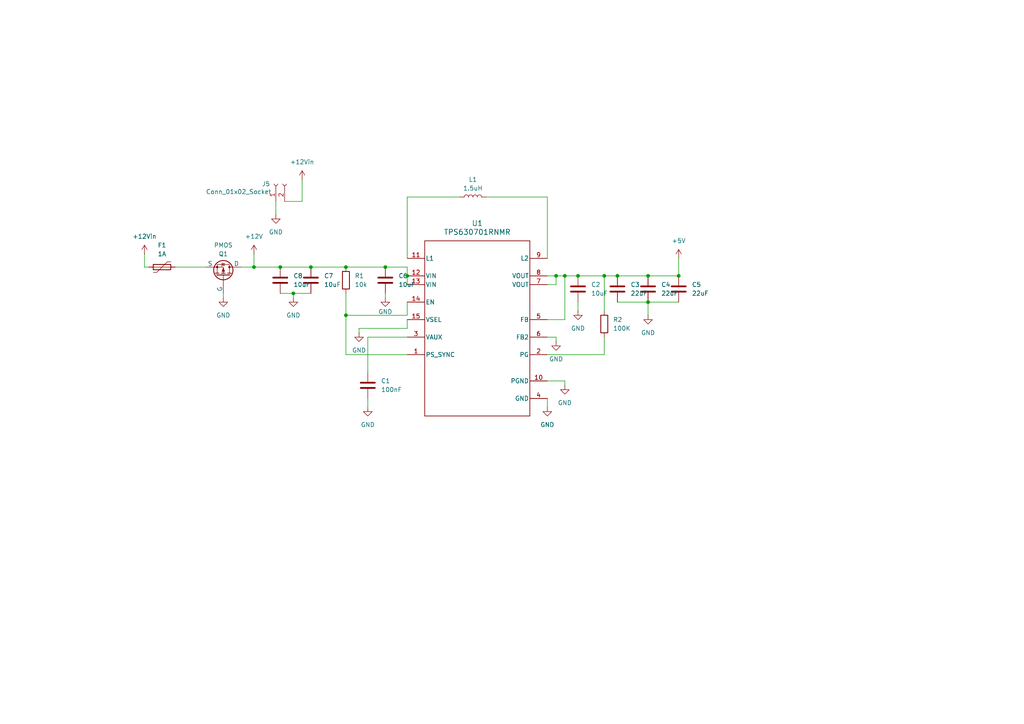
<source format=kicad_sch>
(kicad_sch (version 20250114) (generator "eeschema") (generator_version "9.0")
  (paper "A4")
  (lib_symbols
    (symbol "Connector:Conn_01x02_Socket" (pin_names (offset 1.016) (hide yes))
      (property "Reference" "J" (at 0 2.54 0))
      (property "Value" "Conn_01x02_Socket" (at 0 -5.08 0))
      (symbol "Conn_01x02_Socket_1_1"
        (polyline (pts (xy -1.27 0) (xy -0.508 0)) (stroke (width 0.1524)))
        (polyline (pts (xy -1.27 -2.54) (xy -0.508 -2.54)) (stroke (width 0.1524)))
        (arc (start 0 -0.508) (mid -0.5058 0) (end 0 0.508) (stroke (width 0.1524)))
        (arc (start 0 -3.048) (mid -0.5058 -2.54) (end 0 -2.032) (stroke (width 0.1524)))
        (pin passive line (at -5.08 0 0) (length 3.81) (name "Pin_1") (number "1"))
        (pin passive line (at -5.08 -2.54 0) (length 3.81) (name "Pin_2") (number "2"))
      )
    )
    (symbol "Device:C" (pin_numbers (hide yes)) (pin_names (offset 0.254))
      (property "Reference" "C" (at 0.635 2.54 0))
      (property "Value" "C" (at 0.635 -2.54 0))
      (symbol "C_0_1"
        (polyline (pts (xy -2.032 0.762) (xy 2.032 0.762)) (stroke (width 0.508)))
        (polyline (pts (xy -2.032 -0.762) (xy 2.032 -0.762)) (stroke (width 0.508)))
      )
      (symbol "C_1_1"
        (pin passive line (at 0 3.81 270) (length 2.794) (name "~") (number "1"))
        (pin passive line (at 0 -3.81 90) (length 2.794) (name "~") (number "2"))
      )
    )
    (symbol "Device:L" (pin_numbers (hide yes)) (pin_names (offset 1.016) (hide yes))
      (property "Reference" "L" (at -1.27 0 90))
      (property "Value" "L" (at 1.905 0 90))
      (symbol "L_0_1"
        (arc (start 0 2.54) (mid 0.6323 1.905) (end 0 1.27))
        (arc (start 0 1.27) (mid 0.6323 0.635) (end 0 0))
        (arc (start 0 0) (mid 0.6323 -0.635) (end 0 -1.27))
        (arc (start 0 -1.27) (mid 0.6323 -1.905) (end 0 -2.54))
      )
      (symbol "L_1_1"
        (pin passive line (at 0 3.81 270) (length 1.27) (name "1") (number "1"))
        (pin passive line (at 0 -3.81 90) (length 1.27) (name "2") (number "2"))
      )
    )
    (symbol "Device:Polyfuse" (pin_numbers (hide yes)) (pin_names (offset 0))
      (property "Reference" "F" (at -2.54 0 90))
      (property "Value" "Polyfuse" (at 2.54 0 90))
      (symbol "Polyfuse_0_1"
        (polyline (pts (xy -1.524 2.54) (xy -1.524 1.524) (xy 1.524 -1.524) (xy 1.524 -2.54)))
        (rectangle (start -0.762 2.54) (end 0.762 -2.54) (stroke (width 0.254)))
        (polyline (pts (xy 0 2.54) (xy 0 -2.54)))
      )
      (symbol "Polyfuse_1_1"
        (pin passive line (at 0 3.81 270) (length 1.27) (name "~") (number "1"))
        (pin passive line (at 0 -3.81 90) (length 1.27) (name "~") (number "2"))
      )
    )
    (symbol "Device:R" (pin_numbers (hide yes)) (pin_names (offset 0))
      (property "Reference" "R" (at 2.032 0 90))
      (property "Value" "R" (at 0 0 90))
      (symbol "R_0_1"
        (rectangle (start -1.016 -2.54) (end 1.016 2.54) (stroke (width 0.254)))
      )
      (symbol "R_1_1"
        (pin passive line (at 0 3.81 270) (length 1.27) (name "~") (number "1"))
        (pin passive line (at 0 -3.81 90) (length 1.27) (name "~") (number "2"))
      )
    )
    (symbol "Simulation_SPICE:PMOS" (pin_numbers (hide yes)) (pin_names (offset 0))
      (property "Reference" "Q" (at 5.08 1.27 0))
      (property "Value" "PMOS" (at 5.08 -1.27 0))
      (symbol "PMOS_0_1"
        (polyline (pts (xy 0.254 1.905) (xy 0.254 -1.905)) (stroke (width 0.254)))
        (polyline (pts (xy 0.254 0) (xy -2.54 0)))
        (polyline (pts (xy 0.762 2.286) (xy 0.762 1.27)) (stroke (width 0.254)))
        (polyline (pts (xy 0.762 1.778) (xy 3.302 1.778) (xy 3.302 -1.778) (xy 0.762 -1.778)))
        (polyline (pts (xy 0.762 0.508) (xy 0.762 -0.508)) (stroke (width 0.254)))
        (polyline (pts (xy 0.762 -1.27) (xy 0.762 -2.286)) (stroke (width 0.254)))
        (circle (center 1.651 0) (radius 2.794) (stroke (width 0.254)))
        (polyline (pts (xy 2.286 0) (xy 1.27 0.381) (xy 1.27 -0.381) (xy 2.286 0)) (fill (type outline)))
        (polyline (pts (xy 2.54 2.54) (xy 2.54 1.778)))
        (circle (center 2.54 1.778) (radius 0.254) (fill (type outline)))
        (circle (center 2.54 -1.778) (radius 0.254) (fill (type outline)))
        (polyline (pts (xy 2.54 -2.54) (xy 2.54 0) (xy 0.762 0)))
        (polyline (pts (xy 2.794 -0.508) (xy 2.921 -0.381) (xy 3.683 -0.381) (xy 3.81 -0.254)))
        (polyline (pts (xy 3.302 -0.381) (xy 2.921 0.254) (xy 3.683 0.254) (xy 3.302 -0.381)))
      )
      (symbol "PMOS_1_1"
        (pin input line (at -5.08 0 0) (length 2.54) (name "G") (number "2"))
        (pin passive line (at 2.54 5.08 270) (length 2.54) (name "D") (number "1"))
        (pin passive line (at 2.54 -5.08 90) (length 2.54) (name "S") (number "3"))
      )
    )
    (symbol "TPS63070:TPS630701RNMR" (pin_names (offset 0.254))
      (property "Reference" "U" (at 0 2.54 0))
      (property "Value" "TPS630701RNMR" (at 0 0 0))
      (symbol "TPS630701RNMR_0_1"
        (polyline (pts (xy -15.24 25.4) (xy -15.24 -25.4)) (stroke (width 0.2032)))
        (polyline (pts (xy -15.24 -25.4) (xy 15.24 -25.4)) (stroke (width 0.2032)))
        (polyline (pts (xy 15.24 25.4) (xy -15.24 25.4)) (stroke (width 0.2032)))
        (polyline (pts (xy 15.24 -25.4) (xy 15.24 25.4)) (stroke (width 0.2032)))
        (pin unspecified line (at -20.32 20.32 0) (length 5.08) (name "L1") (number "11"))
        (pin power_in line (at -20.32 15.24 0) (length 5.08) (name "VIN") (number "12"))
        (pin power_in line (at -20.32 12.7 0) (length 5.08) (name "VIN") (number "13"))
        (pin input line (at -20.32 7.62 0) (length 5.08) (name "EN") (number "14"))
        (pin input line (at -20.32 2.54 0) (length 5.08) (name "VSEL") (number "15"))
        (pin unspecified line (at -20.32 -2.54 0) (length 5.08) (name "VAUX") (number "3"))
        (pin input line (at -20.32 -7.62 0) (length 5.08) (name "PS_SYNC") (number "1"))
        (pin unspecified line (at 20.32 20.32 180) (length 5.08) (name "L2") (number "9"))
        (pin power_in line (at 20.32 15.24 180) (length 5.08) (name "VOUT") (number "8"))
        (pin power_in line (at 20.32 12.7 180) (length 5.08) (name "VOUT") (number "7"))
        (pin output line (at 20.32 2.54 180) (length 5.08) (name "FB") (number "5"))
        (pin input line (at 20.32 -2.54 180) (length 5.08) (name "FB2") (number "6"))
        (pin open_collector line (at 20.32 -7.62 180) (length 5.08) (name "PG") (number "2"))
        (pin power_in line (at 20.32 -15.24 180) (length 5.08) (name "PGND") (number "10"))
        (pin power_in line (at 20.32 -20.32 180) (length 5.08) (name "GND") (number "4"))
      )
    )
    (symbol "power:+12V" (power) (pin_numbers (hide yes)) (pin_names (offset 0) (hide yes))
      (property "Value" "+12V" (at 0 3.556 0))
      (symbol "+12V_0_1"
        (polyline (pts (xy -0.762 1.27) (xy 0 2.54)))
        (polyline (pts (xy 0 2.54) (xy 0.762 1.27)))
        (polyline (pts (xy 0 0) (xy 0 2.54)))
      )
      (symbol "+12V_1_1"
        (pin power_in line (at 0 0 90) (length 0) (name "~") (number "1"))
      )
    )
    (symbol "power:+5V" (power) (pin_numbers (hide yes)) (pin_names (offset 0) (hide yes))
      (property "Value" "+5V" (at 0 3.556 0))
      (symbol "+5V_0_1"
        (polyline (pts (xy -0.762 1.27) (xy 0 2.54)))
        (polyline (pts (xy 0 2.54) (xy 0.762 1.27)))
        (polyline (pts (xy 0 0) (xy 0 2.54)))
      )
      (symbol "+5V_1_1"
        (pin power_in line (at 0 0 90) (length 0) (name "~") (number "1"))
      )
    )
    (symbol "power:GND" (power) (pin_numbers (hide yes)) (pin_names (offset 0) (hide yes))
      (property "Value" "GND" (at 0 -3.81 0))
      (symbol "GND_0_1"
        (polyline (pts (xy 0 0) (xy 0 -1.27) (xy 1.27 -1.27) (xy 0 -2.54) (xy -1.27 -1.27) (xy 0 -1.27)))
      )
      (symbol "GND_1_1"
        (pin power_in line (at 0 0 270) (length 0) (name "~") (number "1"))
      )
    )
  )
  (junction (at 81.28 77.47))
  (junction (at 187.96 87.63))
  (junction (at 175.26 80.01))
  (junction (at 187.96 80.01))
  (junction (at 100.33 91.44))
  (junction (at 73.66 77.47))
  (junction (at 118.11 80.01))
  (junction (at 196.85 80.01))
  (junction (at 90.17 77.47))
  (junction (at 179.07 80.01))
  (junction (at 100.33 77.47))
  (junction (at 85.09 85.09))
  (junction (at 111.76 77.47))
  (junction (at 163.83 80.01))
  (junction (at 167.64 80.01))
  (junction (at 161.29 80.01))
  (wire (pts (xy 87.63 58.42) (xy 87.63 52.07)))
  (wire (pts (xy 187.96 80.01) (xy 196.85 80.01)))
  (wire (pts (xy 167.64 87.63) (xy 167.64 90.17)))
  (wire (pts (xy 64.77 85.09) (xy 64.77 86.36)))
  (wire (pts (xy 73.66 73.66) (xy 73.66 77.47)))
  (wire (pts (xy 187.96 87.63) (xy 196.85 87.63)))
  (wire (pts (xy 163.83 110.49) (xy 163.83 111.76)))
  (wire (pts (xy 85.09 85.09) (xy 90.17 85.09)))
  (wire (pts (xy 106.68 115.57) (xy 106.68 118.11)))
  (wire (pts (xy 196.85 74.93) (xy 196.85 80.01)))
  (wire (pts (xy 100.33 91.44) (xy 100.33 102.87)))
  (wire (pts (xy 187.96 87.63) (xy 187.96 91.44)))
  (wire (pts (xy 41.91 73.66) (xy 41.91 77.47)))
  (wire (pts (xy 118.11 102.87) (xy 100.33 102.87)))
  (wire (pts (xy 104.14 95.25) (xy 104.14 96.52)))
  (wire (pts (xy 118.11 87.63) (xy 118.11 91.44)))
  (wire (pts (xy 179.07 87.63) (xy 187.96 87.63)))
  (wire (pts (xy 161.29 82.55) (xy 161.29 80.01)))
  (wire (pts (xy 100.33 77.47) (xy 111.76 77.47)))
  (wire (pts (xy 82.55 58.42) (xy 87.63 58.42)))
  (wire (pts (xy 73.66 77.47) (xy 81.28 77.47)))
  (wire (pts (xy 118.11 74.93) (xy 118.11 57.15)))
  (wire (pts (xy 161.29 97.79) (xy 161.29 99.06)))
  (wire (pts (xy 175.26 80.01) (xy 175.26 90.17)))
  (wire (pts (xy 118.11 97.79) (xy 106.68 97.79)))
  (wire (pts (xy 118.11 95.25) (xy 118.11 92.71)))
  (wire (pts (xy 179.07 80.01) (xy 187.96 80.01)))
  (wire (pts (xy 111.76 77.47) (xy 118.11 77.47)))
  (wire (pts (xy 158.75 115.57) (xy 158.75 118.11)))
  (wire (pts (xy 167.64 80.01) (xy 175.26 80.01)))
  (wire (pts (xy 175.26 102.87) (xy 175.26 97.79)))
  (wire (pts (xy 41.91 77.47) (xy 43.18 77.47)))
  (wire (pts (xy 81.28 85.09) (xy 85.09 85.09)))
  (wire (pts (xy 118.11 80.01) (xy 118.11 82.55)))
  (wire (pts (xy 158.75 80.01) (xy 161.29 80.01)))
  (wire (pts (xy 158.75 110.49) (xy 163.83 110.49)))
  (wire (pts (xy 118.11 77.47) (xy 118.11 80.01)))
  (wire (pts (xy 80.01 58.42) (xy 80.01 62.23)))
  (wire (pts (xy 81.28 77.47) (xy 90.17 77.47)))
  (wire (pts (xy 90.17 77.47) (xy 100.33 77.47)))
  (wire (pts (xy 163.83 92.71) (xy 163.83 80.01)))
  (wire (pts (xy 158.75 92.71) (xy 163.83 92.71)))
  (wire (pts (xy 158.75 97.79) (xy 161.29 97.79)))
  (wire (pts (xy 118.11 95.25) (xy 104.14 95.25)))
  (wire (pts (xy 163.83 80.01) (xy 167.64 80.01)))
  (wire (pts (xy 69.85 77.47) (xy 73.66 77.47)))
  (wire (pts (xy 158.75 102.87) (xy 175.26 102.87)))
  (wire (pts (xy 106.68 97.79) (xy 106.68 107.95)))
  (wire (pts (xy 158.75 57.15) (xy 158.75 74.93)))
  (wire (pts (xy 161.29 80.01) (xy 163.83 80.01)))
  (wire (pts (xy 50.8 77.47) (xy 59.69 77.47)))
  (wire (pts (xy 100.33 85.09) (xy 100.33 91.44)))
  (wire (pts (xy 158.75 82.55) (xy 161.29 82.55)))
  (wire (pts (xy 100.33 91.44) (xy 118.11 91.44)))
  (wire (pts (xy 85.09 85.09) (xy 85.09 86.36)))
  (wire (pts (xy 111.76 85.09) (xy 111.76 86.36)))
  (wire (pts (xy 118.11 57.15) (xy 133.35 57.15)))
  (wire (pts (xy 175.26 80.01) (xy 179.07 80.01)))
  (wire (pts (xy 140.97 57.15) (xy 158.75 57.15)))
  (symbol (lib_id "power:GND") (at 158.75 118.11 0) (unit 1)
    (property "Reference" "#PWR06" (effects (hide yes)))
    (property "Value" "GND" (at 158.75 123.19 0))
    (property "Description" "Power symbol creates a global label with name \"GND\" , ground" (effects (hide yes)))
  )
  (symbol (lib_id "power:+12V") (at 73.66 73.66 0) (unit 1)
    (property "Reference" "#PWR052" (effects (hide yes)))
    (property "Value" "+12V" (at 73.66 68.58 0))
    (property "Description" "Power symbol creates a global label with name \"+12V\"" (effects (hide yes)))
  )
  (symbol (lib_id "power:GND") (at 64.77 86.36 0) (unit 1)
    (property "Reference" "#PWR015" (effects (hide yes)))
    (property "Value" "GND" (at 64.77 91.44 0))
    (property "Description" "Power symbol creates a global label with name \"GND\" , ground" (effects (hide yes)))
  )
  (symbol (lib_id "power:GND") (at 167.64 90.17 0) (unit 1)
    (property "Reference" "#PWR04" (effects (hide yes)))
    (property "Value" "GND" (at 167.64 95.25 0))
    (property "Description" "Power symbol creates a global label with name \"GND\" , ground" (effects (hide yes)))
  )
  (symbol (lib_id "power:GND") (at 85.09 86.36 0) (unit 1)
    (property "Reference" "#PWR09" (effects (hide yes)))
    (property "Value" "GND" (at 85.09 91.44 0))
    (property "Description" "Power symbol creates a global label with name \"GND\" , ground" (effects (hide yes)))
  )
  (symbol (lib_id "Device:C") (at 106.68 111.76 0) (unit 1)
    (property "Reference" "C1" (at 110.49 110.4899 0) (effects (justify left)))
    (property "Value" "100nF" (at 110.49 113.0299 0) (effects (justify left)))
    (property "Footprint" "Capacitor_SMD:C_0805_2012Metric_Pad1.18x1.45mm_HandSolder" (effects (hide yes)))
    (property "Description" "Unpolarized capacitor" (effects (hide yes)))
  )
  (symbol (lib_id "Device:C") (at 167.64 83.82 0) (unit 1)
    (property "Reference" "C2" (at 171.45 82.5499 0) (effects (justify left)))
    (property "Value" "10uF" (at 171.45 85.0899 0) (effects (justify left)))
    (property "Footprint" "Capacitor_SMD:C_0805_2012Metric_Pad1.18x1.45mm_HandSolder" (effects (hide yes)))
    (property "Description" "Unpolarized capacitor" (effects (hide yes)))
  )
  (symbol (lib_id "Simulation_SPICE:PMOS") (at 64.77 80.01 270) (mirror x) (unit 1)
    (property "Reference" "Q1" (at 64.77 73.66 90))
    (property "Value" "PMOS" (at 64.77 71.12 90))
    (property "Footprint" "Package_TO_SOT_SMD:SOT-23_Handsoldering_PMOS" (effects (hide yes)))
    (property "Datasheet" "https://ngspice.sourceforge.io/docs/ngspice-html-manual/manual.xhtml#cha_MOSFETs" (effects (hide yes)))
    (property "Description" "P-MOSFET transistor, drain/source/gate" (effects (hide yes)))
    (property "Sim.Device" "PMOS" (effects (hide yes)))
    (property "Sim.Type" "VDMOS" (effects (hide yes)))
    (property "Sim.Pins" "1=D 2=G 3=S" (effects (hide yes)))
  )
  (symbol (lib_id "Connector:Conn_01x02_Socket") (at 80.01 53.34 90) (unit 1)
    (property "Reference" "J5" (at 75.946 53.34 90) (effects (justify right)))
    (property "Value" "Conn_01x02_Socket" (at 59.69 55.626 90) (effects (justify right)))
    (property "Footprint" "Connector_Molex:Molex_PicoBlade_53048-0210_1x02_P1.25mm_Horizontal" (effects (hide yes)))
    (property "Description" "Generic connector, single row, 01x02, script generated" (effects (hide yes)))
  )
  (symbol (lib_id "power:+5V") (at 196.85 74.93 0) (unit 1)
    (property "Reference" "#PWR02" (effects (hide yes)))
    (property "Value" "+5V" (at 196.85 69.85 0))
    (property "Description" "Power symbol creates a global label with name \"+5V\"" (effects (hide yes)))
  )
  (symbol (lib_id "power:GND") (at 104.14 96.52 0) (unit 1)
    (property "Reference" "#PWR08" (effects (hide yes)))
    (property "Value" "GND" (at 104.14 101.6 0))
    (property "Description" "Power symbol creates a global label with name \"GND\" , ground" (effects (hide yes)))
  )
  (symbol (lib_id "Device:C") (at 81.28 81.28 0) (unit 1)
    (property "Reference" "C8" (at 85.09 80.0099 0) (effects (justify left)))
    (property "Value" "10uF" (at 85.09 82.5499 0) (effects (justify left)))
    (property "Footprint" "Capacitor_SMD:C_0805_2012Metric_Pad1.18x1.45mm_HandSolder" (effects (hide yes)))
    (property "Description" "Unpolarized capacitor" (effects (hide yes)))
  )
  (symbol (lib_id "TPS63070:TPS630701RNMR") (at 138.43 95.25 0) (unit 1)
    (property "Reference" "U1" (at 138.43 64.77 0) (effects (font (size 1.524 1.524))))
    (property "Value" "TPS630701RNMR" (at 138.43 67.31 0) (effects (font (size 1.524 1.524))))
    (property "Footprint" "TPS63070:RNM0015A" (effects (hide yes)))
    (property "Datasheet" "https://www.ti.com/lit/gpn/tps63070" (effects (hide yes)))
  )
  (symbol (lib_id "Device:C") (at 196.85 83.82 0) (unit 1)
    (property "Reference" "C5" (at 200.66 82.5499 0) (effects (justify left)))
    (property "Value" "22uF" (at 200.66 85.0899 0) (effects (justify left)))
    (property "Footprint" "Capacitor_SMD:C_0805_2012Metric_Pad1.18x1.45mm_HandSolder" (effects (hide yes)))
    (property "Description" "Unpolarized capacitor" (effects (hide yes)))
  )
  (symbol (lib_id "Device:C") (at 111.76 81.28 0) (unit 1)
    (property "Reference" "C6" (at 115.57 80.0099 0) (effects (justify left)))
    (property "Value" "10uF" (at 115.57 82.5499 0) (effects (justify left)))
    (property "Footprint" "Capacitor_SMD:C_0805_2012Metric_Pad1.18x1.45mm_HandSolder" (effects (hide yes)))
    (property "Description" "Unpolarized capacitor" (effects (hide yes)))
  )
  (symbol (lib_id "power:+12V") (at 87.63 52.07 0) (unit 1)
    (property "Reference" "#PWR051" (effects (hide yes)))
    (property "Value" "+12Vin" (at 87.63 46.99 0))
    (property "Description" "Power symbol creates a global label with name \"+12V\"" (effects (hide yes)))
  )
  (symbol (lib_id "power:GND") (at 161.29 99.06 0) (unit 1)
    (property "Reference" "#PWR07" (effects (hide yes)))
    (property "Value" "GND" (at 161.29 104.14 0))
    (property "Description" "Power symbol creates a global label with name \"GND\" , ground" (effects (hide yes)))
  )
  (symbol (lib_id "Device:L") (at 137.16 57.15 90) (unit 1)
    (property "Reference" "L1" (at 137.16 52.07 90))
    (property "Value" "1.5uH" (at 137.16 54.61 90))
    (property "Footprint" "Inductor_SMD:L_Vishay_IHLP-2525" (effects (hide yes)))
    (property "Description" "Inductor" (effects (hide yes)))
  )
  (symbol (lib_id "power:GND") (at 80.01 62.23 0) (unit 1)
    (property "Reference" "#PWR050" (effects (hide yes)))
    (property "Value" "GND" (at 80.01 67.31 0))
    (property "Description" "Power symbol creates a global label with name \"GND\" , ground" (effects (hide yes)))
  )
  (symbol (lib_id "power:GND") (at 111.76 86.36 0) (unit 1)
    (property "Reference" "#PWR010" (effects (hide yes)))
    (property "Value" "GND" (at 111.76 90.424 0))
    (property "Description" "Power symbol creates a global label with name \"GND\" , ground" (effects (hide yes)))
  )
  (symbol (lib_id "Device:C") (at 187.96 83.82 0) (unit 1)
    (property "Reference" "C4" (at 191.77 82.5499 0) (effects (justify left)))
    (property "Value" "22uF" (at 191.77 85.0899 0) (effects (justify left)))
    (property "Footprint" "Capacitor_SMD:C_0805_2012Metric_Pad1.18x1.45mm_HandSolder" (effects (hide yes)))
    (property "Description" "Unpolarized capacitor" (effects (hide yes)))
  )
  (symbol (lib_id "power:GND") (at 163.83 111.76 0) (unit 1)
    (property "Reference" "#PWR05" (effects (hide yes)))
    (property "Value" "GND" (at 163.83 116.84 0))
    (property "Description" "Power symbol creates a global label with name \"GND\" , ground" (effects (hide yes)))
  )
  (symbol (lib_id "Device:Polyfuse") (at 46.99 77.47 90) (unit 1)
    (property "Reference" "F1" (at 46.99 71.12 90))
    (property "Value" "1A" (at 46.99 73.66 90))
    (property "Footprint" "Fuse:Fuse_0805_2012Metric_Pad1.15x1.40mm_HandSolder" (effects (hide yes)))
    (property "Description" "Resettable fuse, polymeric positive temperature coefficient" (effects (hide yes)))
  )
  (symbol (lib_id "Device:C") (at 90.17 81.28 0) (unit 1)
    (property "Reference" "C7" (at 93.98 80.0099 0) (effects (justify left)))
    (property "Value" "10uF" (at 93.98 82.5499 0) (effects (justify left)))
    (property "Footprint" "Capacitor_SMD:C_0805_2012Metric_Pad1.18x1.45mm_HandSolder" (effects (hide yes)))
    (property "Description" "Unpolarized capacitor" (effects (hide yes)))
  )
  (symbol (lib_id "Device:R") (at 175.26 93.98 0) (unit 1)
    (property "Reference" "R2" (at 177.8 92.7099 0) (effects (justify left)))
    (property "Value" "100K" (at 177.8 95.2499 0) (effects (justify left)))
    (property "Footprint" "Resistor_SMD:R_0805_2012Metric_Pad1.20x1.40mm_HandSolder" (effects (hide yes)))
    (property "Description" "Resistor" (effects (hide yes)))
  )
  (symbol (lib_id "power:GND") (at 187.96 91.44 0) (unit 1)
    (property "Reference" "#PWR03" (effects (hide yes)))
    (property "Value" "GND" (at 187.96 96.52 0))
    (property "Description" "Power symbol creates a global label with name \"GND\" , ground" (effects (hide yes)))
  )
  (symbol (lib_id "Device:C") (at 179.07 83.82 0) (unit 1)
    (property "Reference" "C3" (at 182.88 82.5499 0) (effects (justify left)))
    (property "Value" "22uF" (at 182.88 85.0899 0) (effects (justify left)))
    (property "Footprint" "Capacitor_SMD:C_0805_2012Metric_Pad1.18x1.45mm_HandSolder" (effects (hide yes)))
    (property "Description" "Unpolarized capacitor" (effects (hide yes)))
  )
  (symbol (lib_id "Device:R") (at 100.33 81.28 0) (unit 1)
    (property "Reference" "R1" (at 102.87 80.0099 0) (effects (justify left)))
    (property "Value" "10k" (at 102.87 82.5499 0) (effects (justify left)))
    (property "Footprint" "Resistor_SMD:R_0805_2012Metric_Pad1.20x1.40mm_HandSolder" (effects (hide yes)))
    (property "Description" "Resistor" (effects (hide yes)))
  )
  (symbol (lib_id "power:+12V") (at 41.91 73.66 0) (unit 1)
    (property "Reference" "#PWR016" (effects (hide yes)))
    (property "Value" "+12Vin" (at 41.91 68.58 0))
    (property "Description" "Power symbol creates a global label with name \"+12V\"" (effects (hide yes)))
  )
  (symbol (lib_id "power:GND") (at 106.68 118.11 0) (unit 1)
    (property "Reference" "#PWR01" (effects (hide yes)))
    (property "Value" "GND" (at 106.68 123.19 0))
    (property "Description" "Power symbol creates a global label with name \"GND\" , ground" (effects (hide yes)))
  )
)
</source>
